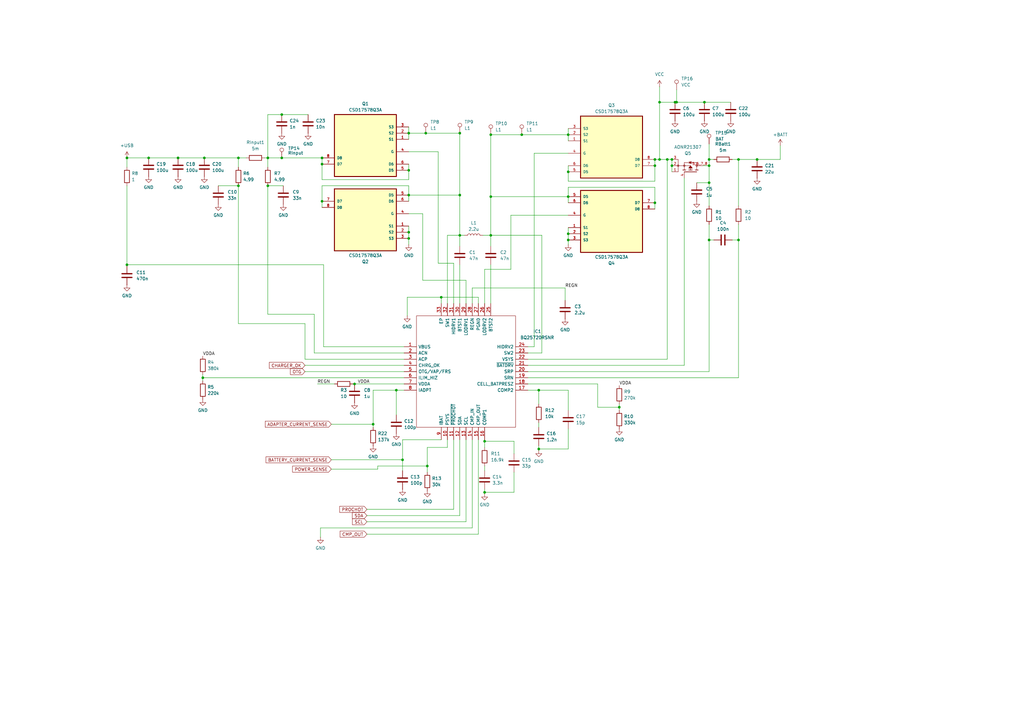
<source format=kicad_sch>
(kicad_sch (version 20231120) (generator "eeschema") (generator_version "8.0")
  (paper "A3")
  (lib_symbols
    (symbol "AONR21307:AONR21307" (pin_names (offset 1.016))
      (property "Reference" "Q" (at 5.08 0.381 0))
      (property "Value" "AONR21307" (at 5.08 -2.159 0))
      (symbol "AONR21307_0_0"
        (polyline (pts (xy 0 -2.54) (xy 0 2.54)) (stroke (width 0.254)))
        (polyline (pts (xy 0 5.08) (xy 2.54 5.08)) (stroke (width 0.1524)))
        (polyline (pts (xy 0.762 -3.175) (xy 0.762 -2.54)) (stroke (width 0.254)))
        (polyline (pts (xy 0.762 -2.54) (xy 0.762 -1.905)) (stroke (width 0.254)))
        (polyline (pts (xy 0.762 -2.54) (xy 3.81 -2.54)) (stroke (width 0.1524)))
        (polyline (pts (xy 0.762 -0.762) (xy 0.762 0)) (stroke (width 0.254)))
        (polyline (pts (xy 0.762 0) (xy 0.762 0.762)) (stroke (width 0.254)))
        (polyline (pts (xy 0.762 0) (xy 2.54 0)) (stroke (width 0.1524)))
        (polyline (pts (xy 0.762 1.905) (xy 0.762 2.54)) (stroke (width 0.254)))
        (polyline (pts (xy 0.762 2.54) (xy 0.762 3.175)) (stroke (width 0.254)))
        (polyline (pts (xy 2.54 0) (xy 2.54 2.54)) (stroke (width 0.1524)))
        (polyline (pts (xy 2.54 2.54) (xy 0.762 2.54)) (stroke (width 0.1524)))
        (polyline (pts (xy 2.54 2.54) (xy 3.81 2.54)) (stroke (width 0.1524)))
        (polyline (pts (xy 2.54 5.08) (xy 2.54 2.54)) (stroke (width 0.1524)))
        (polyline (pts (xy 2.54 5.08) (xy 5.08 5.08)) (stroke (width 0.1524)))
        (polyline (pts (xy 3.302 0.508) (xy 3.81 0.508)) (stroke (width 0.1524)))
        (polyline (pts (xy 3.81 -2.54) (xy 3.81 0.508)) (stroke (width 0.1524)))
        (polyline (pts (xy 3.81 0.508) (xy 3.81 2.54)) (stroke (width 0.1524)))
        (polyline (pts (xy 3.81 0.508) (xy 4.318 0.508)) (stroke (width 0.1524)))
        (polyline (pts (xy 2.54 0) (xy 1.524 0.762) (xy 1.524 -0.762) (xy 2.54 0)) (stroke (width 0.1524)) (fill (type outline)))
        (polyline (pts (xy 3.81 0.508) (xy 4.318 -0.254) (xy 3.302 -0.254) (xy 3.81 0.508)) (stroke (width 0.1524)) (fill (type outline)))
        (circle (center 2.54 -2.54) (radius 0.3592))
        (circle (center 2.54 2.54) (radius 0.3592))
        (circle (center 2.54 5.08) (radius 0.3592))
        (pin passive line (at 0 7.62 270) (length 2.54) (name "~") (number "1"))
        (pin passive line (at 2.54 7.62 270) (length 2.54) (name "~") (number "2"))
        (pin passive line (at 5.08 7.62 270) (length 2.54) (name "~") (number "3"))
        (pin passive line (at -2.54 2.54 0) (length 2.54) (name "~") (number "4"))
        (pin passive line (at 2.54 -5.08 90) (length 2.54) (name "~") (number "5_6_7_8"))
      )
    )
    (symbol "BQ25720RSNR:BQ25720RSNR" (pin_names (offset 0.762))
      (property "Reference" "IC" (at 46.99 17.78 0))
      (property "Value" "BQ25720RSNR" (at 46.99 15.24 0))
      (symbol "BQ25720RSNR_0_0"
        (pin passive line (at 0 0 0) (length 5.08) (name "VBUS") (number "1"))
        (pin passive line (at 17.78 -38.1 90) (length 5.08) (name "PSYS") (number "10"))
        (pin passive line (at 20.32 -38.1 90) (length 5.08) (name "~{PROCHOT}") (number "11"))
        (pin passive line (at 22.86 -38.1 90) (length 5.08) (name "SDA") (number "12"))
        (pin passive line (at 25.4 -38.1 90) (length 5.08) (name "SCL") (number "13"))
        (pin passive line (at 27.94 -38.1 90) (length 5.08) (name "CMP_IN") (number "14"))
        (pin passive line (at 30.48 -38.1 90) (length 5.08) (name "CMP_OUT") (number "15"))
        (pin passive line (at 33.02 -38.1 90) (length 5.08) (name "COMP1") (number "16"))
        (pin passive line (at 50.8 -17.78 180) (length 5.08) (name "COMP2") (number "17"))
        (pin passive line (at 50.8 -15.24 180) (length 5.08) (name "CELL_BATPRESZ") (number "18"))
        (pin passive line (at 50.8 -12.7 180) (length 5.08) (name "SRN") (number "19"))
        (pin passive line (at 0 -2.54 0) (length 5.08) (name "ACN") (number "2"))
        (pin passive line (at 50.8 -10.16 180) (length 5.08) (name "SRP") (number "20"))
        (pin passive line (at 50.8 -7.62 180) (length 5.08) (name "~{BATDRV}") (number "21"))
        (pin passive line (at 50.8 -5.08 180) (length 5.08) (name "VSYS") (number "22"))
        (pin passive line (at 50.8 -2.54 180) (length 5.08) (name "SW2") (number "23"))
        (pin passive line (at 50.8 0 180) (length 5.08) (name "HIDRV2") (number "24"))
        (pin passive line (at 35.56 17.78 270) (length 5.08) (name "BTST2") (number "25"))
        (pin passive line (at 33.02 17.78 270) (length 5.08) (name "LODRV2") (number "26"))
        (pin passive line (at 30.48 17.78 270) (length 5.08) (name "PGND") (number "27"))
        (pin passive line (at 27.94 17.78 270) (length 5.08) (name "REGN") (number "28"))
        (pin passive line (at 25.4 17.78 270) (length 5.08) (name "LODRV1") (number "29"))
        (pin passive line (at 0 -5.08 0) (length 5.08) (name "ACP") (number "3"))
        (pin passive line (at 22.86 17.78 270) (length 5.08) (name "BTST1") (number "30"))
        (pin passive line (at 20.32 17.78 270) (length 5.08) (name "HIDRV1") (number "31"))
        (pin passive line (at 17.78 17.78 270) (length 5.08) (name "SW1") (number "32"))
        (pin passive line (at 15.24 17.78 270) (length 5.08) (name "EP") (number "33"))
        (pin passive line (at 0 -7.62 0) (length 5.08) (name "CHRG_OK") (number "4"))
        (pin passive line (at 0 -10.16 0) (length 5.08) (name "OTG/VAP/FRS") (number "5"))
        (pin passive line (at 0 -12.7 0) (length 5.08) (name "ILIM_HIZ") (number "6"))
        (pin passive line (at 0 -15.24 0) (length 5.08) (name "VDDA") (number "7"))
        (pin passive line (at 0 -17.78 0) (length 5.08) (name "IADPT") (number "8"))
        (pin passive line (at 15.24 -38.1 90) (length 5.08) (name "IBAT") (number "9"))
      )
      (symbol "BQ25720RSNR_0_1"
        (polyline (pts (xy 5.08 12.7) (xy 45.72 12.7) (xy 45.72 -33.02) (xy 5.08 -33.02) (xy 5.08 12.7)) (stroke (width 0.1524)))
      )
    )
    (symbol "CSD17578Q3A:CSD17578Q3A" (pin_names (offset 1.016))
      (property "Reference" "IC" (at -12.7 13.7 0))
      (property "Value" "CSD17578Q3A" (at -12.7 -16.7 0))
      (symbol "CSD17578Q3A_0_0"
        (rectangle (start -12.7 -12.7) (end 12.7 12.7) (stroke (width 0.41)) (fill (type background)))
        (pin bidirectional line (at -17.78 -2.54 0) (length 5.08) (name "S1") (number "1"))
        (pin bidirectional line (at -17.78 -5.08 0) (length 5.08) (name "S2") (number "2"))
        (pin bidirectional line (at -17.78 -7.62 0) (length 5.08) (name "S3") (number "3"))
        (pin bidirectional line (at -17.78 2.54 0) (length 5.08) (name "G") (number "4"))
        (pin bidirectional line (at -17.78 10.16 0) (length 5.08) (name "D5") (number "5"))
        (pin bidirectional line (at -17.78 7.62 0) (length 5.08) (name "D6") (number "6"))
        (pin bidirectional line (at 17.78 7.62 180) (length 5.08) (name "D7") (number "7"))
        (pin bidirectional line (at 17.78 5.08 180) (length 5.08) (name "D8") (number "8"))
      )
    )
    (symbol "Connector:TestPoint" (pin_numbers hide) (pin_names (offset 0.762) hide)
      (property "Reference" "TP" (at 0 6.858 0))
      (property "Value" "TestPoint" (at 0 5.08 0))
      (symbol "TestPoint_0_1"
        (circle (center 0 3.302) (radius 0.762))
      )
      (symbol "TestPoint_1_1"
        (pin passive line (at 0 0 90) (length 2.54) (name "1") (number "1"))
      )
    )
    (symbol "Device:C" (pin_numbers hide) (pin_names (offset 0.254))
      (property "Reference" "C" (at 0.635 2.54 0))
      (property "Value" "C" (at 0.635 -2.54 0))
      (symbol "C_0_1"
        (polyline (pts (xy -2.032 -0.762) (xy 2.032 -0.762)) (stroke (width 0.508)))
        (polyline (pts (xy -2.032 0.762) (xy 2.032 0.762)) (stroke (width 0.508)))
      )
      (symbol "C_1_1"
        (pin passive line (at 0 3.81 270) (length 2.794) (name "~") (number "1"))
        (pin passive line (at 0 -3.81 90) (length 2.794) (name "~") (number "2"))
      )
    )
    (symbol "Device:L" (pin_numbers hide) (pin_names (offset 1.016) hide)
      (property "Reference" "L" (at -1.27 0 90))
      (property "Value" "L" (at 1.905 0 90))
      (symbol "L_0_1"
        (arc (start 0 -2.54) (mid 0.6323 -1.905) (end 0 -1.27))
        (arc (start 0 -1.27) (mid 0.6323 -0.635) (end 0 0))
        (arc (start 0 0) (mid 0.6323 0.635) (end 0 1.27))
        (arc (start 0 1.27) (mid 0.6323 1.905) (end 0 2.54))
      )
      (symbol "L_1_1"
        (pin passive line (at 0 3.81 270) (length 1.27) (name "1") (number "1"))
        (pin passive line (at 0 -3.81 90) (length 1.27) (name "2") (number "2"))
      )
    )
    (symbol "Device:R" (pin_numbers hide) (pin_names (offset 0))
      (property "Reference" "R" (at 2.032 0 90))
      (property "Value" "R" (at 0 0 90))
      (symbol "R_0_1"
        (rectangle (start -1.016 -2.54) (end 1.016 2.54) (stroke (width 0.254)))
      )
      (symbol "R_1_1"
        (pin passive line (at 0 3.81 270) (length 1.27) (name "~") (number "1"))
        (pin passive line (at 0 -3.81 90) (length 1.27) (name "~") (number "2"))
      )
    )
    (symbol "power:+BATT" (power) (pin_numbers hide) (pin_names (offset 0) hide)
      (property "Value" "+BATT" (at 0 3.556 0))
      (symbol "+BATT_0_1"
        (polyline (pts (xy -0.762 1.27) (xy 0 2.54)))
        (polyline (pts (xy 0 0) (xy 0 2.54)))
        (polyline (pts (xy 0 2.54) (xy 0.762 1.27)))
      )
      (symbol "+BATT_1_1"
        (pin power_in line (at 0 0 90) (length 0) (name "~") (number "1"))
      )
    )
    (symbol "power:+VSW" (power) (pin_numbers hide) (pin_names (offset 0) hide)
      (property "Value" "+VSW" (at 0 3.556 0))
      (symbol "+VSW_0_1"
        (polyline (pts (xy -0.762 1.27) (xy 0 2.54)))
        (polyline (pts (xy 0 0) (xy 0 2.54)))
        (polyline (pts (xy 0 2.54) (xy 0.762 1.27)))
      )
      (symbol "+VSW_1_1"
        (pin power_in line (at 0 0 90) (length 0) (name "~") (number "1"))
      )
    )
    (symbol "power:GND" (power) (pin_numbers hide) (pin_names (offset 0) hide)
      (property "Value" "GND" (at 0 -3.81 0))
      (symbol "GND_0_1"
        (polyline (pts (xy 0 0) (xy 0 -1.27) (xy 1.27 -1.27) (xy 0 -2.54) (xy -1.27 -1.27) (xy 0 -1.27)))
      )
      (symbol "GND_1_1"
        (pin power_in line (at 0 0 270) (length 0) (name "~") (number "1"))
      )
    )
    (symbol "power:VCC" (power) (pin_numbers hide) (pin_names (offset 0) hide)
      (property "Value" "VCC" (at 0 3.556 0))
      (symbol "VCC_0_1"
        (polyline (pts (xy -0.762 1.27) (xy 0 2.54)))
        (polyline (pts (xy 0 0) (xy 0 2.54)))
        (polyline (pts (xy 0 2.54) (xy 0.762 1.27)))
      )
      (symbol "VCC_1_1"
        (pin power_in line (at 0 0 90) (length 0) (name "~") (number "1"))
      )
    )
  )
  (junction (at 201.295 96.52))
  (junction (at 52.07 108.585))
  (junction (at 97.79 64.77))
  (junction (at 290.83 65.405))
  (junction (at 132.08 64.77))
  (junction (at 180.975 121.92))
  (junction (at 132.08 82.55))
  (junction (at 201.295 80.645))
  (junction (at 233.045 95.885))
  (junction (at 83.185 154.94))
  (junction (at 145.415 157.48))
  (junction (at 188.595 96.52))
  (junction (at 174.625 54.61))
  (junction (at 132.08 67.31))
  (junction (at 302.895 98.425))
  (junction (at 220.98 160.02))
  (junction (at 165.1 188.595))
  (junction (at 310.515 65.405))
  (junction (at 198.755 180.975))
  (junction (at 52.07 64.77))
  (junction (at 302.895 65.405))
  (junction (at 167.64 69.85))
  (junction (at 167.64 97.79))
  (junction (at 153.035 173.99))
  (junction (at 254 167.005))
  (junction (at 167.64 80.01))
  (junction (at 270.51 41.91))
  (junction (at 277.495 41.91))
  (junction (at 276.86 41.91))
  (junction (at 233.045 70.485))
  (junction (at 188.595 54.61))
  (junction (at 290.83 74.93))
  (junction (at 233.045 55.245))
  (junction (at 220.98 184.15))
  (junction (at 233.045 80.645))
  (junction (at 109.855 64.77))
  (junction (at 268.605 65.405))
  (junction (at 60.96 64.77))
  (junction (at 273.685 65.405))
  (junction (at 268.605 83.185))
  (junction (at 213.995 55.245))
  (junction (at 288.925 41.91))
  (junction (at 270.51 65.405))
  (junction (at 275.59 65.405))
  (junction (at 233.045 98.425))
  (junction (at 268.605 67.945))
  (junction (at 97.79 76.2))
  (junction (at 198.755 201.93))
  (junction (at 188.595 80.01))
  (junction (at 115.57 46.99))
  (junction (at 162.56 160.02))
  (junction (at 175.26 191.135))
  (junction (at 115.57 64.77))
  (junction (at 201.295 55.245))
  (junction (at 275.59 67.945))
  (junction (at 83.82 64.77))
  (junction (at 167.64 54.61))
  (junction (at 73.025 64.77))
  (junction (at 290.83 67.945))
  (junction (at 290.83 98.425))
  (junction (at 109.855 76.2))
  (junction (at 167.64 95.25))
  (wire (pts (xy 115.57 46.99) (xy 109.855 46.99)))
  (wire (pts (xy 233.045 184.15) (xy 220.98 184.15)))
  (wire (pts (xy 300.355 98.425) (xy 302.895 98.425)))
  (wire (pts (xy 126.365 46.99) (xy 115.57 46.99)))
  (wire (pts (xy 288.29 67.945) (xy 290.83 67.945)))
  (wire (pts (xy 150.495 208.915) (xy 186.055 208.915)))
  (wire (pts (xy 108.585 64.77) (xy 109.855 64.77)))
  (wire (pts (xy 220.98 182.88) (xy 220.98 184.15)))
  (wire (pts (xy 216.535 149.86) (xy 280.67 149.86)))
  (wire (pts (xy 216.535 142.24) (xy 219.075 142.24)))
  (wire (pts (xy 270.51 65.405) (xy 273.685 65.405)))
  (wire (pts (xy 219.075 62.865) (xy 233.045 62.865)))
  (wire (pts (xy 290.83 65.405) (xy 292.735 65.405)))
  (wire (pts (xy 165.735 142.24) (xy 132.715 142.24)))
  (wire (pts (xy 167.64 69.85) (xy 167.64 73.66)))
  (wire (pts (xy 125.095 149.86) (xy 165.735 149.86)))
  (wire (pts (xy 153.035 160.02) (xy 162.56 160.02)))
  (wire (pts (xy 109.855 76.2) (xy 116.205 76.2)))
  (wire (pts (xy 132.715 142.24) (xy 132.715 108.585)))
  (wire (pts (xy 109.855 46.99) (xy 109.855 64.77)))
  (wire (pts (xy 125.095 152.4) (xy 165.735 152.4)))
  (wire (pts (xy 275.59 67.945) (xy 275.59 70.485)))
  (wire (pts (xy 173.355 87.63) (xy 167.64 87.63)))
  (wire (pts (xy 125.095 147.32) (xy 125.095 132.715)))
  (wire (pts (xy 198.755 180.975) (xy 198.755 183.515)))
  (wire (pts (xy 254 167.005) (xy 254 168.275)))
  (wire (pts (xy 201.295 80.645) (xy 233.045 80.645)))
  (wire (pts (xy 167.64 76.2) (xy 132.08 76.2)))
  (wire (pts (xy 188.595 54.61) (xy 188.595 80.01)))
  (wire (pts (xy 210.82 186.055) (xy 210.82 180.975)))
  (wire (pts (xy 233.045 80.645) (xy 233.045 83.185)))
  (wire (pts (xy 233.045 74.295) (xy 268.605 74.295)))
  (wire (pts (xy 216.535 147.32) (xy 273.685 147.32)))
  (wire (pts (xy 220.98 160.02) (xy 220.98 165.735)))
  (wire (pts (xy 219.075 142.24) (xy 219.075 62.865)))
  (wire (pts (xy 109.855 64.77) (xy 115.57 64.77)))
  (wire (pts (xy 188.595 96.52) (xy 190.5 96.52)))
  (wire (pts (xy 198.755 200.66) (xy 198.755 201.93)))
  (wire (pts (xy 167.64 52.07) (xy 167.64 54.61)))
  (wire (pts (xy 210.82 193.675) (xy 210.82 201.93)))
  (wire (pts (xy 145.415 157.48) (xy 165.735 157.48)))
  (wire (pts (xy 52.07 68.58) (xy 52.07 64.77)))
  (wire (pts (xy 280.67 149.86) (xy 280.67 73.025)))
  (wire (pts (xy 233.045 175.895) (xy 233.045 184.15)))
  (wire (pts (xy 201.295 100.965) (xy 201.295 96.52)))
  (wire (pts (xy 285.75 74.93) (xy 290.83 74.93)))
  (wire (pts (xy 167.64 97.79) (xy 167.64 100.33)))
  (wire (pts (xy 302.895 154.94) (xy 302.895 98.425)))
  (wire (pts (xy 222.25 96.52) (xy 201.295 96.52)))
  (wire (pts (xy 154.94 191.135) (xy 175.26 191.135)))
  (wire (pts (xy 290.83 74.93) (xy 290.83 67.945)))
  (wire (pts (xy 268.605 67.945) (xy 268.605 65.405)))
  (wire (pts (xy 268.605 65.405) (xy 270.51 65.405)))
  (wire (pts (xy 233.045 160.02) (xy 233.045 168.275)))
  (wire (pts (xy 193.675 118.11) (xy 231.775 118.11)))
  (wire (pts (xy 52.07 76.2) (xy 52.07 108.585)))
  (wire (pts (xy 220.98 173.355) (xy 220.98 175.26)))
  (wire (pts (xy 201.295 96.52) (xy 198.12 96.52)))
  (wire (pts (xy 183.515 183.515) (xy 183.515 180.34)))
  (wire (pts (xy 150.495 219.075) (xy 196.215 219.075)))
  (wire (pts (xy 115.57 64.77) (xy 132.08 64.77)))
  (wire (pts (xy 83.82 64.77) (xy 97.79 64.77)))
  (wire (pts (xy 132.08 82.55) (xy 132.08 85.09)))
  (wire (pts (xy 165.735 147.32) (xy 125.095 147.32)))
  (wire (pts (xy 165.1 180.34) (xy 165.1 188.595)))
  (wire (pts (xy 132.08 76.2) (xy 132.08 82.55)))
  (wire (pts (xy 209.55 88.265) (xy 233.045 88.265)))
  (wire (pts (xy 180.975 121.92) (xy 196.215 121.92)))
  (wire (pts (xy 196.215 219.075) (xy 196.215 180.34)))
  (wire (pts (xy 128.905 128.905) (xy 109.855 128.905)))
  (wire (pts (xy 201.295 55.245) (xy 201.295 80.645)))
  (wire (pts (xy 153.035 175.26) (xy 153.035 173.99)))
  (wire (pts (xy 302.895 65.405) (xy 310.515 65.405)))
  (wire (pts (xy 167.64 67.31) (xy 167.64 69.85)))
  (wire (pts (xy 290.83 84.455) (xy 290.83 74.93)))
  (wire (pts (xy 83.185 153.67) (xy 83.185 154.94)))
  (wire (pts (xy 52.07 108.585) (xy 52.07 109.22)))
  (wire (pts (xy 233.045 55.245) (xy 233.045 57.785)))
  (wire (pts (xy 130.175 157.48) (xy 137.16 157.48)))
  (wire (pts (xy 52.07 64.77) (xy 60.96 64.77)))
  (wire (pts (xy 167.64 54.61) (xy 167.64 57.15)))
  (wire (pts (xy 180.975 124.46) (xy 180.975 121.92)))
  (wire (pts (xy 167.64 73.66) (xy 132.08 73.66)))
  (wire (pts (xy 245.11 157.48) (xy 245.11 167.005)))
  (wire (pts (xy 233.045 93.345) (xy 233.045 95.885)))
  (wire (pts (xy 290.83 98.425) (xy 292.735 98.425)))
  (wire (pts (xy 167.64 54.61) (xy 174.625 54.61)))
  (wire (pts (xy 233.045 95.885) (xy 233.045 98.425)))
  (wire (pts (xy 216.535 160.02) (xy 220.98 160.02)))
  (wire (pts (xy 196.215 124.46) (xy 196.215 121.92)))
  (wire (pts (xy 273.685 65.405) (xy 275.59 65.405)))
  (wire (pts (xy 254 165.735) (xy 254 167.005)))
  (wire (pts (xy 179.705 62.23) (xy 167.64 62.23)))
  (wire (pts (xy 150.495 213.995) (xy 191.135 213.995)))
  (wire (pts (xy 167.64 92.71) (xy 167.64 95.25)))
  (wire (pts (xy 233.045 52.705) (xy 233.045 55.245)))
  (wire (pts (xy 97.79 132.715) (xy 97.79 76.2)))
  (wire (pts (xy 276.86 41.91) (xy 270.51 41.91)))
  (wire (pts (xy 128.905 144.78) (xy 128.905 128.905)))
  (wire (pts (xy 268.605 83.185) (xy 268.605 76.835)))
  (wire (pts (xy 268.605 74.295) (xy 268.605 67.945)))
  (wire (pts (xy 175.26 183.515) (xy 183.515 183.515)))
  (wire (pts (xy 97.79 68.58) (xy 97.79 64.77)))
  (wire (pts (xy 210.82 201.93) (xy 198.755 201.93)))
  (wire (pts (xy 268.605 85.725) (xy 268.605 83.185)))
  (wire (pts (xy 233.045 98.425) (xy 233.045 100.33)))
  (wire (pts (xy 144.78 157.48) (xy 145.415 157.48)))
  (wire (pts (xy 290.83 152.4) (xy 290.83 98.425)))
  (wire (pts (xy 216.535 157.48) (xy 245.11 157.48)))
  (wire (pts (xy 83.185 154.94) (xy 165.735 154.94)))
  (wire (pts (xy 302.895 65.405) (xy 302.895 84.455)))
  (wire (pts (xy 52.07 108.585) (xy 132.715 108.585)))
  (wire (pts (xy 109.855 64.77) (xy 109.855 68.58)))
  (wire (pts (xy 299.72 41.91) (xy 288.925 41.91)))
  (wire (pts (xy 320.04 59.69) (xy 320.04 65.405)))
  (wire (pts (xy 270.51 35.56) (xy 270.51 41.91)))
  (wire (pts (xy 213.995 55.245) (xy 201.295 55.245)))
  (wire (pts (xy 288.925 41.91) (xy 277.495 41.91)))
  (wire (pts (xy 153.035 173.99) (xy 153.035 160.02)))
  (wire (pts (xy 302.895 98.425) (xy 302.895 92.075)))
  (wire (pts (xy 275.59 65.405) (xy 275.59 67.945)))
  (wire (pts (xy 131.445 216.535) (xy 193.675 216.535)))
  (wire (pts (xy 198.755 110.49) (xy 209.55 110.49)))
  (wire (pts (xy 173.355 114.935) (xy 173.355 87.63)))
  (wire (pts (xy 97.79 64.77) (xy 100.965 64.77)))
  (wire (pts (xy 302.895 65.405) (xy 300.355 65.405)))
  (wire (pts (xy 231.775 118.11) (xy 231.775 123.19)))
  (wire (pts (xy 186.055 107.95) (xy 179.705 107.95)))
  (wire (pts (xy 290.83 98.425) (xy 290.83 92.075)))
  (wire (pts (xy 125.095 132.715) (xy 97.79 132.715)))
  (wire (pts (xy 233.045 70.485) (xy 233.045 74.295)))
  (wire (pts (xy 183.515 96.52) (xy 188.595 96.52)))
  (wire (pts (xy 183.515 124.46) (xy 183.515 96.52)))
  (wire (pts (xy 220.98 160.02) (xy 233.045 160.02)))
  (wire (pts (xy 132.08 64.77) (xy 132.08 67.31)))
  (wire (pts (xy 198.755 124.46) (xy 198.755 110.49)))
  (wire (pts (xy 193.675 124.46) (xy 193.675 118.11)))
  (wire (pts (xy 162.56 160.02) (xy 165.735 160.02)))
  (wire (pts (xy 277.495 36.83) (xy 277.495 41.91)))
  (wire (pts (xy 179.705 107.95) (xy 179.705 62.23)))
  (wire (pts (xy 191.135 124.46) (xy 191.135 114.935)))
  (wire (pts (xy 198.755 180.34) (xy 198.755 180.975)))
  (wire (pts (xy 209.55 110.49) (xy 209.55 88.265)))
  (wire (pts (xy 132.08 67.31) (xy 132.08 73.66)))
  (wire (pts (xy 273.685 147.32) (xy 273.685 65.405)))
  (wire (pts (xy 191.135 213.995) (xy 191.135 180.34)))
  (wire (pts (xy 83.185 154.94) (xy 83.185 156.21)))
  (wire (pts (xy 216.535 152.4) (xy 290.83 152.4)))
  (wire (pts (xy 167.64 80.01) (xy 167.64 76.2)))
  (wire (pts (xy 198.755 201.93) (xy 198.755 202.565)))
  (wire (pts (xy 175.26 191.135) (xy 175.26 193.675)))
  (wire (pts (xy 210.82 180.975) (xy 198.755 180.975)))
  (wire (pts (xy 175.26 183.515) (xy 175.26 191.135)))
  (wire (pts (xy 233.045 76.835) (xy 233.045 80.645)))
  (wire (pts (xy 180.975 180.34) (xy 165.1 180.34)))
  (wire (pts (xy 216.535 144.78) (xy 222.25 144.78)))
  (wire (pts (xy 135.89 173.99) (xy 153.035 173.99)))
  (wire (pts (xy 310.515 65.405) (xy 320.04 65.405)))
  (wire (pts (xy 131.445 220.345) (xy 131.445 216.535)))
  (wire (pts (xy 245.11 167.005) (xy 254 167.005)))
  (wire (pts (xy 193.675 216.535) (xy 193.675 180.34)))
  (wire (pts (xy 198.755 191.135) (xy 198.755 193.04)))
  (wire (pts (xy 233.045 67.945) (xy 233.045 70.485)))
  (wire (pts (xy 201.295 80.645) (xy 201.295 96.52)))
  (wire (pts (xy 154.94 192.405) (xy 154.94 191.135)))
  (wire (pts (xy 165.735 144.78) (xy 128.905 144.78)))
  (wire (pts (xy 73.025 64.77) (xy 83.82 64.77)))
  (wire (pts (xy 188.595 211.455) (xy 188.595 180.34)))
  (wire (pts (xy 188.595 80.01) (xy 188.595 96.52)))
  (wire (pts (xy 180.975 121.92) (xy 167.005 121.92)))
  (wire (pts (xy 201.295 108.585) (xy 201.295 124.46)))
  (wire (pts (xy 270.51 41.91) (xy 270.51 65.405)))
  (wire (pts (xy 277.495 41.91) (xy 276.86 41.91)))
  (wire (pts (xy 150.495 211.455) (xy 188.595 211.455)))
  (wire (pts (xy 191.135 114.935) (xy 173.355 114.935)))
  (wire (pts (xy 162.56 170.18) (xy 162.56 160.02)))
  (wire (pts (xy 135.89 188.595) (xy 165.1 188.595)))
  (wire (pts (xy 135.89 192.405) (xy 154.94 192.405)))
  (wire (pts (xy 186.055 124.46) (xy 186.055 107.95)))
  (wire (pts (xy 216.535 154.94) (xy 302.895 154.94)))
  (wire (pts (xy 188.595 108.585) (xy 188.595 124.46)))
  (wire (pts (xy 60.96 64.77) (xy 73.025 64.77)))
  (wire (pts (xy 186.055 180.34) (xy 186.055 208.915)))
  (wire (pts (xy 167.64 80.01) (xy 167.64 82.55)))
  (wire (pts (xy 167.64 95.25) (xy 167.64 97.79)))
  (wire (pts (xy 89.535 76.2) (xy 97.79 76.2)))
  (wire (pts (xy 167.64 80.01) (xy 188.595 80.01)))
  (wire (pts (xy 167.005 121.92) (xy 167.005 129.54)))
  (wire (pts (xy 222.25 144.78) (xy 222.25 96.52)))
  (wire (pts (xy 174.625 54.61) (xy 188.595 54.61)))
  (wire (pts (xy 268.605 76.835) (xy 233.045 76.835)))
  (wire (pts (xy 233.045 55.245) (xy 213.995 55.245)))
  (wire (pts (xy 290.83 59.055) (xy 290.83 65.405)))
  (wire (pts (xy 290.83 67.945) (xy 290.83 65.405)))
  (wire (pts (xy 188.595 100.965) (xy 188.595 96.52)))
  (wire (pts (xy 165.1 188.595) (xy 165.1 193.04)))
  (wire (pts (xy 109.855 128.905) (xy 109.855 76.2)))
  (wire (pts (xy 220.98 184.15) (xy 220.98 184.785)))
  (label "VDDA" (at 146.685 157.48 0))
  (label "REGN" (at 130.175 157.48 0))
  (label "VDDA" (at 254 158.115 0))
  (label "REGN" (at 231.775 118.11 0))
  (label "VDDA" (at 83.185 146.05 0))
  (global_label "CHARGER_OK" (shape input) (at 125.095 149.86 180) (property "Intersheetrefs" "${INTERSHEET_REFS}" (effects (hide yes))))
  (global_label "PROCHOT" (shape input) (at 150.495 208.915 180) (property "Intersheetrefs" "${INTERSHEET_REFS}" (effects (hide yes))))
  (global_label "SDA" (shape input) (at 150.495 211.455 180) (property "Intersheetrefs" "${INTERSHEET_REFS}" (effects (hide yes))))
  (global_label "CMP_OUT" (shape input) (at 150.495 219.075 180) (property "Intersheetrefs" "${INTERSHEET_REFS}" (effects (hide yes))))
  (global_label "BATTERY_CURRENT_SENSE" (shape input) (at 135.89 188.595 180) (property "Intersheetrefs" "${INTERSHEET_REFS}" (effects (hide yes))))
  (global_label "OTG" (shape input) (at 125.095 152.4 180) (property "Intersheetrefs" "${INTERSHEET_REFS}" (effects (hide yes))))
  (global_label "SCL" (shape input) (at 150.495 213.995 180) (property "Intersheetrefs" "${INTERSHEET_REFS}" (effects (hide yes))))
  (global_label "POWER_SENSE" (shape input) (at 135.89 192.405 180) (property "Intersheetrefs" "${INTERSHEET_REFS}" (effects (hide yes))))
  (global_label "ADAPTER_CURRENT_SENSE" (shape input) (at 135.89 173.99 180) (property "Intersheetrefs" "${INTERSHEET_REFS}" (effects (hide yes))))
  (symbol (lib_id "Device:C") (at 201.295 104.775 0) (unit 1)
    (property "Reference" "C2" (at 205.105 103.5049 0) (effects (justify left)))
    (property "Value" "47n" (at 205.105 106.0449 0) (effects (justify left)))
    (property "Footprint" "Capacitor_SMD:C_0805_2012Metric_Pad1.18x1.45mm_HandSolder" (effects (hide yes)))
    (property "Description" "Unpolarized capacitor" (effects (hide yes)))
  )
  (symbol (lib_id "power:GND") (at 153.035 182.88 0) (unit 1)
    (property "Reference" "#PWR021" (effects (hide yes)))
    (property "Value" "GND" (at 153.035 187.325 0))
    (property "Description" "Power symbol creates a global label with name \"GND\" , ground" (effects (hide yes)))
  )
  (symbol (lib_id "Device:R") (at 254 172.085 0) (unit 1)
    (property "Reference" "R10" (at 255.905 170.8149 0) (effects (justify left)))
    (property "Value" "330k" (at 255.905 173.3549 0) (effects (justify left)))
    (property "Footprint" "Resistor_SMD:R_0603_1608Metric_Pad0.98x0.95mm_HandSolder" (effects (hide yes)))
    (property "Description" "Resistor" (effects (hide yes)))
  )
  (symbol (lib_id "Device:R") (at 83.185 160.02 0) (unit 1)
    (property "Reference" "R5" (at 85.09 158.7499 0) (effects (justify left)))
    (property "Value" "220k" (at 85.09 161.2899 0) (effects (justify left)))
    (property "Footprint" "Resistor_SMD:R_0603_1608Metric_Pad0.98x0.95mm_HandSolder" (effects (hide yes)))
    (property "Description" "Resistor" (effects (hide yes)))
  )
  (symbol (lib_id "Device:C") (at 276.86 45.72 0) (unit 1)
    (property "Reference" "C6" (at 280.035 44.4499 0) (effects (justify left)))
    (property "Value" "100u" (at 280.035 46.9899 0) (effects (justify left)))
    (property "Footprint" "Capacitor_SMD:C_1206_3216Metric_Pad1.33x1.80mm_HandSolder" (effects (hide yes)))
    (property "Description" "Unpolarized capacitor" (effects (hide yes)))
  )
  (symbol (lib_id "power:GND") (at 220.98 184.785 0) (unit 1)
    (property "Reference" "#PWR025" (effects (hide yes)))
    (property "Value" "GND" (at 220.98 189.23 0))
    (property "Description" "Power symbol creates a global label with name \"GND\" , ground" (effects (hide yes)))
  )
  (symbol (lib_id "Device:C") (at 145.415 161.29 0) (unit 1)
    (property "Reference" "C8" (at 149.225 160.0199 0) (effects (justify left)))
    (property "Value" "1u" (at 149.225 162.5599 0) (effects (justify left)))
    (property "Footprint" "Capacitor_SMD:C_0805_2012Metric_Pad1.18x1.45mm_HandSolder" (effects (hide yes)))
    (property "Description" "Unpolarized capacitor" (effects (hide yes)))
  )
  (symbol (lib_id "power:GND") (at 198.755 202.565 0) (unit 1)
    (property "Reference" "#PWR024" (effects (hide yes)))
    (property "Value" "GND" (at 198.755 207.01 0))
    (property "Description" "Power symbol creates a global label with name \"GND\" , ground" (effects (hide yes)))
  )
  (symbol (lib_id "Connector:TestPoint") (at 201.295 55.245 0) (unit 1)
    (property "Reference" "TP10" (at 203.2 50.6729 0) (effects (justify left)))
    (property "Value" "L1" (at 203.2 53.2129 0) (effects (justify left)))
    (property "Footprint" "TestPoint:TestPoint_Pad_1.0x1.0mm" (effects (hide yes)))
    (property "Description" "test point" (effects (hide yes)))
  )
  (symbol (lib_id "Device:C") (at 220.98 179.07 0) (unit 1)
    (property "Reference" "C16" (at 224.155 177.7999 0) (effects (justify left)))
    (property "Value" "1.2n" (at 224.155 180.3399 0) (effects (justify left)))
    (property "Footprint" "Capacitor_SMD:C_0603_1608Metric_Pad1.08x0.95mm_HandSolder" (effects (hide yes)))
    (property "Description" "Unpolarized capacitor" (effects (hide yes)))
  )
  (symbol (lib_id "power:GND") (at 233.045 100.33 0) (unit 1)
    (property "Reference" "#PWR09" (effects (hide yes)))
    (property "Value" "GND" (at 233.045 104.775 0))
    (property "Description" "Power symbol creates a global label with name \"GND\" , ground" (effects (hide yes)))
  )
  (symbol (lib_id "power:GND") (at 145.415 165.1 0) (unit 1)
    (property "Reference" "#PWR015" (effects (hide yes)))
    (property "Value" "GND" (at 145.415 169.545 0))
    (property "Description" "Power symbol creates a global label with name \"GND\" , ground" (effects (hide yes)))
  )
  (symbol (lib_id "Device:C") (at 126.365 50.8 0) (unit 1)
    (property "Reference" "C23" (at 129.54 49.5299 0) (effects (justify left)))
    (property "Value" "10n" (at 129.54 52.0699 0) (effects (justify left)))
    (property "Footprint" "Capacitor_SMD:C_0603_1608Metric_Pad1.08x0.95mm_HandSolder" (effects (hide yes)))
    (property "Description" "Unpolarized capacitor" (effects (hide yes)))
  )
  (symbol (lib_id "power:GND") (at 126.365 54.61 0) (unit 1)
    (property "Reference" "#PWR033" (effects (hide yes)))
    (property "Value" "GND" (at 126.365 59.055 0))
    (property "Description" "Power symbol creates a global label with name \"GND\" , ground" (effects (hide yes)))
  )
  (symbol (lib_id "Connector:TestPoint") (at 188.595 54.61 0) (unit 1)
    (property "Reference" "TP9" (at 190.5 50.0379 0) (effects (justify left)))
    (property "Value" "L1" (at 190.5 52.5779 0) (effects (justify left)))
    (property "Footprint" "TestPoint:TestPoint_Pad_1.0x1.0mm" (effects (hide yes)))
    (property "Description" "test point" (effects (hide yes)))
  )
  (symbol (lib_id "Device:R") (at 52.07 72.39 0) (unit 1)
    (property "Reference" "R8" (at 53.975 71.1199 0) (effects (justify left)))
    (property "Value" "1" (at 53.975 73.6599 0) (effects (justify left)))
    (property "Footprint" "Resistor_SMD:R_0603_1608Metric_Pad0.98x0.95mm_HandSolder" (effects (hide yes)))
    (property "Description" "Resistor" (effects (hide yes)))
  )
  (symbol (lib_id "Device:R") (at 220.98 169.545 0) (unit 1)
    (property "Reference" "R12" (at 223.52 168.2749 0) (effects (justify left)))
    (property "Value" "10k" (at 223.52 170.8149 0) (effects (justify left)))
    (property "Footprint" "Resistor_SMD:R_0603_1608Metric_Pad0.98x0.95mm_HandSolder" (effects (hide yes)))
    (property "Description" "Resistor" (effects (hide yes)))
  )
  (symbol (lib_id "CSD17578Q3A:CSD17578Q3A") (at 149.86 59.69 180) (unit 1)
    (property "Reference" "Q1" (at 149.86 42.545 0))
    (property "Value" "CSD17578Q3A" (at 149.86 45.085 0))
    (property "Footprint" "CSD17578Q3A:TRANS_CSD18543Q3A" (effects (hide yes)))
    (property "MF" "Texas Instruments" (effects (hide yes)))
    (property "Description_1" "\n                        \n                            30-V, N channel NexFET™ power MOSFET, single SON 3 mm x 3 mm, 9.4 mOhm\n                        \n" (effects (hide yes)))
    (property "Package" "VSONP-8 Texas Instruments" (effects (hide yes)))
    (property "Price" "None" (effects (hide yes)))
    (property "SnapEDA_Link" "https://www.snapeda.com/parts/CSD17578Q3A/Texas+Instruments/view-part/?ref=snap" (effects (hide yes)))
    (property "MP" "CSD17578Q3A" (effects (hide yes)))
    (property "Availability" "In Stock" (effects (hide yes)))
    (property "Check_prices" "https://www.snapeda.com/parts/CSD17578Q3A/Texas+Instruments/view-part/?ref=eda" (effects (hide yes)))
  )
  (symbol (lib_id "Device:C") (at 288.925 45.72 0) (unit 1)
    (property "Reference" "C7" (at 292.1 44.4499 0) (effects (justify left)))
    (property "Value" "100u" (at 292.1 46.9899 0) (effects (justify left)))
    (property "Footprint" "Capacitor_SMD:C_1206_3216Metric_Pad1.33x1.80mm_HandSolder" (effects (hide yes)))
    (property "Description" "Unpolarized capacitor" (effects (hide yes)))
  )
  (symbol (lib_id "power:GND") (at 165.1 200.66 0) (unit 1)
    (property "Reference" "#PWR023" (effects (hide yes)))
    (property "Value" "GND" (at 165.1 205.105 0))
    (property "Description" "Power symbol creates a global label with name \"GND\" , ground" (effects (hide yes)))
  )
  (symbol (lib_id "Device:C") (at 116.205 80.01 0) (unit 1)
    (property "Reference" "C9" (at 120.015 78.7399 0) (effects (justify left)))
    (property "Value" "33n" (at 120.015 81.2799 0) (effects (justify left)))
    (property "Footprint" "Capacitor_SMD:C_0603_1608Metric_Pad1.08x0.95mm_HandSolder" (effects (hide yes)))
    (property "Description" "Unpolarized capacitor" (effects (hide yes)))
  )
  (symbol (lib_id "Device:C") (at 210.82 189.865 0) (unit 1)
    (property "Reference" "C15" (at 213.995 188.5949 0) (effects (justify left)))
    (property "Value" "33p" (at 213.995 191.1349 0) (effects (justify left)))
    (property "Footprint" "Capacitor_SMD:C_0805_2012Metric_Pad1.18x1.45mm_HandSolder" (effects (hide yes)))
    (property "Description" "Unpolarized capacitor" (effects (hide yes)))
  )
  (symbol (lib_id "power:GND") (at 231.775 130.81 0) (unit 1)
    (property "Reference" "#PWR010" (effects (hide yes)))
    (property "Value" "GND" (at 231.775 135.255 0))
    (property "Description" "Power symbol creates a global label with name \"GND\" , ground" (effects (hide yes)))
  )
  (symbol (lib_id "Connector:TestPoint") (at 174.625 54.61 0) (unit 1)
    (property "Reference" "TP8" (at 176.53 50.0379 0) (effects (justify left)))
    (property "Value" "L1" (at 176.53 52.5779 0) (effects (justify left)))
    (property "Footprint" "TestPoint:TestPoint_Pad_1.0x1.0mm" (effects (hide yes)))
    (property "Description" "test point" (effects (hide yes)))
  )
  (symbol (lib_id "power:GND") (at 276.86 49.53 0) (unit 1)
    (property "Reference" "#PWR013" (effects (hide yes)))
    (property "Value" "GND" (at 276.86 53.975 0))
    (property "Description" "Power symbol creates a global label with name \"GND\" , ground" (effects (hide yes)))
  )
  (symbol (lib_id "power:GND") (at 167.005 129.54 0) (unit 1)
    (property "Reference" "#PWR08" (effects (hide yes)))
    (property "Value" "GND" (at 167.005 133.985 0))
    (property "Description" "Power symbol creates a global label with name \"GND\" , ground" (effects (hide yes)))
  )
  (symbol (lib_id "Device:R") (at 97.79 72.39 0) (unit 1)
    (property "Reference" "R6" (at 99.695 71.1199 0) (effects (justify left)))
    (property "Value" "4.99" (at 99.695 73.6599 0) (effects (justify left)))
    (property "Footprint" "Resistor_SMD:R_0603_1608Metric_Pad0.98x0.95mm_HandSolder" (effects (hide yes)))
    (property "Description" "Resistor" (effects (hide yes)))
  )
  (symbol (lib_id "power:GND") (at 288.925 49.53 0) (unit 1)
    (property "Reference" "#PWR030" (effects (hide yes)))
    (property "Value" "GND" (at 288.925 53.975 0))
    (property "Description" "Power symbol creates a global label with name \"GND\" , ground" (effects (hide yes)))
  )
  (symbol (lib_id "power:GND") (at 52.07 116.84 0) (unit 1)
    (property "Reference" "#PWR019" (effects (hide yes)))
    (property "Value" "GND" (at 52.07 121.285 0))
    (property "Description" "Power symbol creates a global label with name \"GND\" , ground" (effects (hide yes)))
  )
  (symbol (lib_id "Device:L") (at 194.31 96.52 90) (unit 1)
    (property "Reference" "L1" (at 194.31 91.44 90))
    (property "Value" "2.2u" (at 194.31 93.98 90))
    (property "Footprint" "Inductor_SMD:L_TaiTech_TMPC1265_13.5x12.5mm" (effects (hide yes)))
    (property "Description" "Inductor/https://www.mouser.pl/ProductDetail/Bourns/SRP1265A-2R2M?qs=sGAEpiMZZMv126LJFLh8y36wtw7x1v3mIkOFz%252Bj4yW0%3D" (effects (hide yes)))
  )
  (symbol (lib_id "power:GND") (at 167.64 100.33 0) (unit 1)
    (property "Reference" "#PWR07" (effects (hide yes)))
    (property "Value" "GND" (at 167.64 104.775 0))
    (property "Description" "Power symbol creates a global label with name \"GND\" , ground" (effects (hide yes)))
  )
  (symbol (lib_id "Device:C") (at 60.96 68.58 0) (unit 1)
    (property "Reference" "C19" (at 64.135 67.3099 0) (effects (justify left)))
    (property "Value" "100u" (at 64.135 69.8499 0) (effects (justify left)))
    (property "Footprint" "Capacitor_SMD:C_1206_3216Metric_Pad1.33x1.80mm_HandSolder" (effects (hide yes)))
    (property "Description" "Unpolarized capacitor" (effects (hide yes)))
  )
  (symbol (lib_id "CSD17578Q3A:CSD17578Q3A") (at 250.825 90.805 0) (unit 1)
    (property "Reference" "Q4" (at 250.825 107.95 0))
    (property "Value" "CSD17578Q3A" (at 250.825 105.41 0))
    (property "Footprint" "CSD17578Q3A:TRANS_CSD18543Q3A" (effects (hide yes)))
    (property "MF" "Texas Instruments" (effects (hide yes)))
    (property "Description_1" "\n                        \n                            30-V, N channel NexFET™ power MOSFET, single SON 3 mm x 3 mm, 9.4 mOhm\n                        \n" (effects (hide yes)))
    (property "Package" "VSONP-8 Texas Instruments" (effects (hide yes)))
    (property "Price" "None" (effects (hide yes)))
    (property "SnapEDA_Link" "https://www.snapeda.com/parts/CSD17578Q3A/Texas+Instruments/view-part/?ref=snap" (effects (hide yes)))
    (property "MP" "CSD17578Q3A" (effects (hide yes)))
    (property "Availability" "In Stock" (effects (hide yes)))
    (property "Check_prices" "https://www.snapeda.com/parts/CSD17578Q3A/Texas+Instruments/view-part/?ref=eda" (effects (hide yes)))
  )
  (symbol (lib_id "AONR21307:AONR21307") (at 283.21 70.485 90) (unit 1)
    (property "Reference" "Q5" (at 282.1414 62.865 90))
    (property "Value" "AONR21307" (at 282.1414 60.325 90))
    (property "Footprint" "AONR21307:TRANS_AONR21307" (effects (hide yes)))
    (property "MF" "Alpha & Omega Semiconductor Inc." (effects (hide yes)))
    (property "MAXIMUM_PACKAGE_HEIGHT" "0.90 mm" (effects (hide yes)))
    (property "Package" "PowerVDFN-8 Alpha &amp; Omega Semiconductor Inc." (effects (hide yes)))
    (property "Price" "None" (effects (hide yes)))
    (property "Check_prices" "https://www.snapeda.com/parts/AONR21307/Alpha+%2526+Omega+Semiconductor+Inc./view-part/?ref=eda" (effects (hide yes)))
    (property "STANDARD" "Manufacturer recommendations" (effects (hide yes)))
    (property "PARTREV" "1.1" (effects (hide yes)))
    (property "SnapEDA_Link" "https://www.snapeda.com/parts/AONR21307/Alpha+%2526+Omega+Semiconductor+Inc./view-part/?ref=snap" (effects (hide yes)))
    (property "MP" "AONR21307" (effects (hide yes)))
    (property "Description_1" "\n                        \n                            P-Channel 30 V 24A (Tc) 5W (Ta), 28W (Tc) Surface Mount 8-DFN-EP (3x3)\n                        \n" (effects (hide yes)))
    (property "Availability" "In Stock" (effects (hide yes)))
    (property "MANUFACTURER" "Alpha and Omega Semiconductor Inc." (effects (hide yes)))
  )
  (symbol (lib_id "power:+VSW") (at 52.07 64.77 0) (unit 1)
    (property "Reference" "#PWR042" (effects (hide yes)))
    (property "Value" "+USB" (at 52.07 59.69 0))
    (property "Description" "Power symbol creates a global label with name \"+VSW\"" (effects (hide yes)))
  )
  (symbol (lib_id "Device:R") (at 140.97 157.48 90) (unit 1)
    (property "Reference" "R3" (at 140.97 160.02 90))
    (property "Value" "10" (at 140.97 162.56 90))
    (property "Footprint" "Resistor_SMD:R_1206_3216Metric_Pad1.30x1.75mm_HandSolder" (effects (hide yes)))
    (property "Description" "Resistor" (effects (hide yes)))
  )
  (symbol (lib_id "Device:C") (at 310.515 69.215 0) (unit 1)
    (property "Reference" "C21" (at 313.69 67.9449 0) (effects (justify left)))
    (property "Value" "22u" (at 313.69 70.4849 0) (effects (justify left)))
    (property "Footprint" "Capacitor_SMD:C_1206_3216Metric_Pad1.33x1.80mm_HandSolder" (effects (hide yes)))
    (property "Description" "Unpolarized capacitor" (effects (hide yes)))
  )
  (symbol (lib_id "Device:C") (at 233.045 172.085 0) (unit 1)
    (property "Reference" "C17" (at 236.22 170.8149 0) (effects (justify left)))
    (property "Value" "15p" (at 236.22 173.3549 0) (effects (justify left)))
    (property "Footprint" "Capacitor_SMD:C_0603_1608Metric_Pad1.08x0.95mm_HandSolder" (effects (hide yes)))
    (property "Description" "Unpolarized capacitor" (effects (hide yes)))
  )
  (symbol (lib_id "Connector:TestPoint") (at 115.57 64.77 0) (unit 1)
    (property "Reference" "TP14" (at 118.11 60.8329 0) (effects (justify left)))
    (property "Value" "RInput" (at 118.11 62.738 0) (effects (justify left)))
    (property "Footprint" "TestPoint:TestPoint_Pad_1.0x1.0mm" (effects (hide yes)))
    (property "Description" "test point" (effects (hide yes)))
  )
  (symbol (lib_id "power:GND") (at 60.96 72.39 0) (unit 1)
    (property "Reference" "#PWR029" (effects (hide yes)))
    (property "Value" "GND" (at 60.96 76.835 0))
    (property "Description" "Power symbol creates a global label with name \"GND\" , ground" (effects (hide yes)))
  )
  (symbol (lib_id "power:GND") (at 310.515 73.025 0) (unit 1)
    (property "Reference" "#PWR012" (effects (hide yes)))
    (property "Value" "GND" (at 310.515 77.47 0))
    (property "Description" "Power symbol creates a global label with name \"GND\" , ground" (effects (hide yes)))
  )
  (symbol (lib_id "Device:R") (at 290.83 88.265 0) (unit 1)
    (property "Reference" "R1" (at 293.37 86.9949 0) (effects (justify left)))
    (property "Value" "10" (at 293.37 89.5349 0) (effects (justify left)))
    (property "Footprint" "Resistor_SMD:R_0603_1608Metric_Pad0.98x0.95mm_HandSolder" (effects (hide yes)))
    (property "Description" "Resistor" (effects (hide yes)))
  )
  (symbol (lib_id "Device:C") (at 162.56 173.99 0) (unit 1)
    (property "Reference" "C12" (at 165.735 172.7199 0) (effects (justify left)))
    (property "Value" "100p" (at 165.735 175.2599 0) (effects (justify left)))
    (property "Footprint" "Capacitor_SMD:C_0603_1608Metric_Pad1.08x0.95mm_HandSolder" (effects (hide yes)))
    (property "Description" "Unpolarized capacitor" (effects (hide yes)))
  )
  (symbol (lib_id "Device:C") (at 299.72 45.72 0) (unit 1)
    (property "Reference" "C22" (at 302.895 44.4499 0) (effects (justify left)))
    (property "Value" "100u" (at 302.895 46.9899 0) (effects (justify left)))
    (property "Footprint" "Capacitor_SMD:C_1206_3216Metric_Pad1.33x1.80mm_HandSolder" (effects (hide yes)))
    (property "Description" "Unpolarized capacitor" (effects (hide yes)))
  )
  (symbol (lib_id "Device:C") (at 231.775 127 0) (unit 1)
    (property "Reference" "C3" (at 235.585 125.7299 0) (effects (justify left)))
    (property "Value" "2.2u" (at 235.585 128.2699 0) (effects (justify left)))
    (property "Footprint" "Capacitor_SMD:C_0805_2012Metric_Pad1.18x1.45mm_HandSolder" (effects (hide yes)))
    (property "Description" "Unpolarized capacitor" (effects (hide yes)))
  )
  (symbol (lib_id "Device:R") (at 104.775 64.77 90) (unit 1)
    (property "Reference" "RInput1" (at 104.775 58.42 90))
    (property "Value" "5m" (at 104.775 60.96 90))
    (property "Footprint" "Resistor_SMD:R_2010_5025Metric_Pad1.40x2.65mm_HandSolder" (effects (hide yes)))
    (property "Description" "Resistor" (effects (hide yes)))
  )
  (symbol (lib_id "Device:C") (at 198.755 196.85 0) (unit 1)
    (property "Reference" "C14" (at 201.93 195.5799 0) (effects (justify left)))
    (property "Value" "3.3n" (at 201.93 198.1199 0) (effects (justify left)))
    (property "Footprint" "Capacitor_SMD:C_0805_2012Metric_Pad1.18x1.45mm_HandSolder" (effects (hide yes)))
    (property "Description" "Unpolarized capacitor" (effects (hide yes)))
  )
  (symbol (lib_id "Device:C") (at 296.545 98.425 270) (unit 1)
    (property "Reference" "C4" (at 296.545 91.44 90))
    (property "Value" "100n" (at 296.545 93.98 90))
    (property "Footprint" "Capacitor_SMD:C_0603_1608Metric_Pad1.08x0.95mm_HandSolder" (effects (hide yes)))
    (property "Description" "Unpolarized capacitor" (effects (hide yes)))
  )
  (symbol (lib_id "Device:R") (at 109.855 72.39 0) (unit 1)
    (property "Reference" "R7" (at 112.395 71.1199 0) (effects (justify left)))
    (property "Value" "4.99" (at 112.395 73.6599 0) (effects (justify left)))
    (property "Footprint" "Resistor_SMD:R_0603_1608Metric_Pad0.98x0.95mm_HandSolder" (effects (hide yes)))
    (property "Description" "Resistor" (effects (hide yes)))
  )
  (symbol (lib_id "power:GND") (at 115.57 54.61 0) (unit 1)
    (property "Reference" "#PWR034" (effects (hide yes)))
    (property "Value" "GND" (at 115.57 59.055 0))
    (property "Description" "Power symbol creates a global label with name \"GND\" , ground" (effects (hide yes)))
  )
  (symbol (lib_id "CSD17578Q3A:CSD17578Q3A") (at 250.825 60.325 0) (mirror x) (unit 1)
    (property "Reference" "Q3" (at 250.825 43.18 0))
    (property "Value" "CSD17578Q3A" (at 250.825 45.72 0))
    (property "Footprint" "CSD17578Q3A:TRANS_CSD18543Q3A" (effects (hide yes)))
    (property "MF" "Texas Instruments" (effects (hide yes)))
    (property "Description_1" "\n                        \n                            30-V, N channel NexFET™ power MOSFET, single SON 3 mm x 3 mm, 9.4 mOhm\n                        \n" (effects (hide yes)))
    (property "Package" "VSONP-8 Texas Instruments" (effects (hide yes)))
    (property "Price" "None" (effects (hide yes)))
    (property "SnapEDA_Link" "https://www.snapeda.com/parts/CSD17578Q3A/Texas+Instruments/view-part/?ref=snap" (effects (hide yes)))
    (property "MP" "CSD17578Q3A" (effects (hide yes)))
    (property "Availability" "In Stock" (effects (hide yes)))
    (property "Check_prices" "https://www.snapeda.com/parts/CSD17578Q3A/Texas+Instruments/view-part/?ref=eda" (effects (hide yes)))
  )
  (symbol (lib_id "power:GND") (at 175.26 201.295 0) (unit 1)
    (property "Reference" "#PWR026" (effects (hide yes)))
    (property "Value" "GND" (at 175.26 205.74 0))
    (property "Description" "Power symbol creates a global label with name \"GND\" , ground" (effects (hide yes)))
  )
  (symbol (lib_id "BQ25720RSNR:BQ25720RSNR") (at 165.735 142.24 0) (unit 1)
    (property "Reference" "IC1" (at 220.345 135.9214 0))
    (property "Value" "BQ25720RSNR" (at 220.345 138.4614 0))
    (property "Footprint" "QFN40P400X400X80-33N-D" (effects (hide yes)))
    (property "Datasheet" "https://www.ti.com/lit/ds/symlink/bq25720.pdf?ts=1649085131820&ref_url=https%253A%252F%252Fwww.ti.com%252Fproduct%252FBQ25720" (effects (hide yes)))
    (property "Description" "Battery Management SMBus 1- to 4-cell NVDC buck-boost battery charge controller with power path and USB-C PD OTG" (effects (hide yes)))
    (property "Description_1" "Battery Management SMBus 1- to 4-cell NVDC buck-boost battery charge controller with power path and USB-C PD OTG" (effects (hide yes)))
    (property "Height" "0.8" (effects (hide yes)))
    (property "Mouser Part Number" "595-BQ25720RSNR" (effects (hide yes)))
    (property "Mouser Price/Stock" "https://www.mouser.co.uk/ProductDetail/Texas-Instruments/BQ25720RSNR?qs=ljCeji4nMDlwF8f%2Foae7aQ%3D%3D" (effects (hide yes)))
    (property "Manufacturer_Name" "Texas Instruments" (effects (hide yes)))
    (property "Manufacturer_Part_Number" "BQ25720RSNR" (effects (hide yes)))
  )
  (symbol (lib_id "Device:C") (at 285.75 78.74 0) (unit 1)
    (property "Reference" "C5" (at 289.56 77.4699 0) (effects (justify left)))
    (property "Value" "1u" (at 289.56 80.0099 0) (effects (justify left)))
    (property "Footprint" "Capacitor_SMD:C_0805_2012Metric_Pad1.18x1.45mm_HandSolder" (effects (hide yes)))
    (property "Description" "Unpolarized capacitor" (effects (hide yes)))
  )
  (symbol (lib_id "Device:R") (at 175.26 197.485 0) (unit 1)
    (property "Reference" "R13" (at 177.165 196.2149 0) (effects (justify left)))
    (property "Value" "30k" (at 177.165 198.7549 0) (effects (justify left)))
    (property "Footprint" "Resistor_SMD:R_0603_1608Metric_Pad0.98x0.95mm_HandSolder" (effects (hide yes)))
    (property "Description" "Resistor" (effects (hide yes)))
  )
  (symbol (lib_id "Device:R") (at 153.035 179.07 0) (unit 1)
    (property "Reference" "R22" (at 154.94 177.7999 0) (effects (justify left)))
    (property "Value" "137k" (at 154.94 180.3399 0) (effects (justify left)))
    (property "Footprint" "Resistor_SMD:R_0603_1608Metric_Pad0.98x0.95mm_HandSolder" (effects (hide yes)))
    (property "Description" "Resistor" (effects (hide yes)))
  )
  (symbol (lib_id "Device:C") (at 52.07 113.03 0) (unit 1)
    (property "Reference" "C11" (at 55.88 111.7599 0) (effects (justify left)))
    (property "Value" "470n" (at 55.88 114.2999 0) (effects (justify left)))
    (property "Footprint" "Capacitor_SMD:C_0603_1608Metric_Pad1.08x0.95mm_HandSolder" (effects (hide yes)))
    (property "Description" "Unpolarized capacitor" (effects (hide yes)))
  )
  (symbol (lib_id "Device:C") (at 115.57 50.8 0) (unit 1)
    (property "Reference" "C24" (at 118.745 49.5299 0) (effects (justify left)))
    (property "Value" "1n" (at 118.745 52.0699 0) (effects (justify left)))
    (property "Footprint" "Capacitor_SMD:C_0603_1608Metric_Pad1.08x0.95mm_HandSolder" (effects (hide yes)))
    (property "Description" "Unpolarized capacitor" (effects (hide yes)))
  )
  (symbol (lib_id "Device:C") (at 165.1 196.85 0) (unit 1)
    (property "Reference" "C13" (at 168.275 195.5799 0) (effects (justify left)))
    (property "Value" "100p" (at 168.275 198.1199 0) (effects (justify left)))
    (property "Footprint" "Capacitor_SMD:C_0603_1608Metric_Pad1.08x0.95mm_HandSolder" (effects (hide yes)))
    (property "Description" "Unpolarized capacitor" (effects (hide yes)))
  )
  (symbol (lib_id "power:GND") (at 116.205 83.82 0) (unit 1)
    (property "Reference" "#PWR017" (effects (hide yes)))
    (property "Value" "GND" (at 116.205 88.265 0))
    (property "Description" "Power symbol creates a global label with name \"GND\" , ground" (effects (hide yes)))
  )
  (symbol (lib_id "Device:C") (at 89.535 80.01 0) (unit 1)
    (property "Reference" "C10" (at 93.345 78.7399 0) (effects (justify left)))
    (property "Value" "33n" (at 93.345 81.2799 0) (effects (justify left)))
    (property "Footprint" "Capacitor_SMD:C_0603_1608Metric_Pad1.08x0.95mm_HandSolder" (effects (hide yes)))
    (property "Description" "Unpolarized capacitor" (effects (hide yes)))
  )
  (symbol (lib_id "CSD17578Q3A:CSD17578Q3A") (at 149.86 90.17 0) (mirror y) (unit 1)
    (property "Reference" "Q2" (at 149.86 107.315 0))
    (property "Value" "CSD17578Q3A" (at 149.86 104.775 0))
    (property "Footprint" "CSD17578Q3A:TRANS_CSD18543Q3A" (effects (hide yes)))
    (property "MF" "Texas Instruments" (effects (hide yes)))
    (property "Description_1" "\n                        \n                            30-V, N channel NexFET™ power MOSFET, single SON 3 mm x 3 mm, 9.4 mOhm\n                        \n" (effects (hide yes)))
    (property "Package" "VSONP-8 Texas Instruments" (effects (hide yes)))
    (property "Price" "None" (effects (hide yes)))
    (property "SnapEDA_Link" "https://www.snapeda.com/parts/CSD17578Q3A/Texas+Instruments/view-part/?ref=snap" (effects (hide yes)))
    (property "MP" "CSD17578Q3A" (effects (hide yes)))
    (property "Availability" "In Stock" (effects (hide yes)))
    (property "Check_prices" "https://www.snapeda.com/parts/CSD17578Q3A/Texas+Instruments/view-part/?ref=eda" (effects (hide yes)))
  )
  (symbol (lib_id "power:GND") (at 131.445 220.345 0) (unit 1)
    (property "Reference" "#PWR057" (effects (hide yes)))
    (property "Value" "GND" (at 131.445 224.79 0))
    (property "Description" "Power symbol creates a global label with name \"GND\" , ground" (effects (hide yes)))
  )
  (symbol (lib_id "power:GND") (at 83.82 72.39 0) (unit 1)
    (property "Reference" "#PWR027" (effects (hide yes)))
    (property "Value" "GND" (at 83.82 76.835 0))
    (property "Description" "Power symbol creates a global label with name \"GND\" , ground" (effects (hide yes)))
  )
  (symbol (lib_id "Device:R") (at 254 161.925 0) (unit 1)
    (property "Reference" "R9" (at 255.905 160.6549 0) (effects (justify left)))
    (property "Value" "270k" (at 255.905 163.1949 0) (effects (justify left)))
    (property "Footprint" "Resistor_SMD:R_0603_1608Metric_Pad0.98x0.95mm_HandSolder" (effects (hide yes)))
    (property "Description" "Resistor" (effects (hide yes)))
  )
  (symbol (lib_id "power:GND") (at 73.025 72.39 0) (unit 1)
    (property "Reference" "#PWR028" (effects (hide yes)))
    (property "Value" "GND" (at 73.025 76.835 0))
    (property "Description" "Power symbol creates a global label with name \"GND\" , ground" (effects (hide yes)))
  )
  (symbol (lib_id "Device:R") (at 198.755 187.325 0) (unit 1)
    (property "Reference" "R11" (at 201.295 186.0549 0) (effects (justify left)))
    (property "Value" "16.9k" (at 201.295 188.5949 0) (effects (justify left)))
    (property "Footprint" "Resistor_SMD:R_0603_1608Metric_Pad0.98x0.95mm_HandSolder" (effects (hide yes)))
    (property "Description" "Resistor" (effects (hide yes)))
  )
  (symbol (lib_id "Device:R") (at 83.185 149.86 0) (unit 1)
    (property "Reference" "R4" (at 85.09 148.5899 0) (effects (justify left)))
    (property "Value" "380k" (at 85.09 151.1299 0) (effects (justify left)))
    (property "Footprint" "Resistor_SMD:R_0603_1608Metric_Pad0.98x0.95mm_HandSolder" (effects (hide yes)))
    (property "Description" "Resistor" (effects (hide yes)))
  )
  (symbol (lib_id "Device:R") (at 296.545 65.405 90) (unit 1)
    (property "Reference" "RBatt1" (at 296.545 59.055 90))
    (property "Value" "5m" (at 296.545 61.595 90))
    (property "Footprint" "Resistor_SMD:R_2010_5025Metric_Pad1.40x2.65mm_HandSolder" (effects (hide yes)))
    (property "Description" "Resistor" (effects (hide yes)))
  )
  (symbol (lib_id "power:GND") (at 285.75 82.55 0) (unit 1)
    (property "Reference" "#PWR011" (effects (hide yes)))
    (property "Value" "GND" (at 285.75 86.995 0))
    (property "Description" "Power symbol creates a global label with name \"GND\" , ground" (effects (hide yes)))
  )
  (symbol (lib_id "Device:C") (at 188.595 104.775 0) (unit 1)
    (property "Reference" "C1" (at 192.405 103.5049 0) (effects (justify left)))
    (property "Value" "47n" (at 192.405 106.0449 0) (effects (justify left)))
    (property "Footprint" "Capacitor_SMD:C_0805_2012Metric_Pad1.18x1.45mm_HandSolder" (effects (hide yes)))
    (property "Description" "Unpolarized capacitor" (effects (hide yes)))
  )
  (symbol (lib_id "power:GND") (at 162.56 177.8 0) (unit 1)
    (property "Reference" "#PWR022" (effects (hide yes)))
    (property "Value" "GND" (at 162.56 182.245 0))
    (property "Description" "Power symbol creates a global label with name \"GND\" , ground" (effects (hide yes)))
  )
  (symbol (lib_id "power:+BATT") (at 320.04 59.69 0) (unit 1)
    (property "Reference" "#PWR014" (effects (hide yes)))
    (property "Value" "+BATT" (at 320.04 55.245 0))
    (property "Description" "Power symbol creates a global label with name \"+BATT\"" (effects (hide yes)))
  )
  (symbol (lib_id "Connector:TestPoint") (at 290.83 59.055 0) (unit 1)
    (property "Reference" "TP15" (at 293.37 54.4829 0) (effects (justify left)))
    (property "Value" "BAT" (at 293.37 57.0229 0) (effects (justify left)))
    (property "Footprint" "TestPoint:TestPoint_Pad_1.0x1.0mm" (effects (hide yes)))
    (property "Description" "test point" (effects (hide yes)))
  )
  (symbol (lib_id "Device:C") (at 83.82 68.58 0) (unit 1)
    (property "Reference" "C20" (at 86.995 67.3099 0) (effects (justify left)))
    (property "Value" "100u" (at 86.995 69.8499 0) (effects (justify left)))
    (property "Footprint" "Capacitor_SMD:C_1206_3216Metric_Pad1.33x1.80mm_HandSolder" (effects (hide yes)))
    (property "Description" "Unpolarized capacitor" (effects (hide yes)))
  )
  (symbol (lib_id "power:GND") (at 299.72 49.53 0) (unit 1)
    (property "Reference" "#PWR031" (effects (hide yes)))
    (property "Value" "GND" (at 299.72 53.975 0))
    (property "Description" "Power symbol creates a global label with name \"GND\" , ground" (effects (hide yes)))
  )
  (symbol (lib_id "Connector:TestPoint") (at 277.495 36.83 0) (unit 1)
    (property "Reference" "TP16" (at 279.4 32.2579 0) (effects (justify left)))
    (property "Value" "VCC" (at 279.4 34.7979 0) (effects (justify left)))
    (property "Footprint" "TestPoint:TestPoint_Pad_1.0x1.0mm" (effects (hide yes)))
    (property "Description" "test point" (effects (hide yes)))
  )
  (symbol (lib_id "power:VCC") (at 270.51 35.56 0) (unit 1)
    (property "Reference" "#PWR032" (effects (hide yes)))
    (property "Value" "VCC" (at 270.51 30.48 0))
    (property "Description" "Power symbol creates a global label with name \"VCC\"" (effects (hide yes)))
  )
  (symbol (lib_id "power:GND") (at 89.535 83.82 0) (unit 1)
    (property "Reference" "#PWR018" (effects (hide yes)))
    (property "Value" "GND" (at 89.535 88.265 0))
    (property "Description" "Power symbol creates a global label with name \"GND\" , ground" (effects (hide yes)))
  )
  (symbol (lib_id "Device:C") (at 73.025 68.58 0) (unit 1)
    (property "Reference" "C18" (at 76.2 67.3099 0) (effects (justify left)))
    (property "Value" "100u" (at 76.2 69.8499 0) (effects (justify left)))
    (property "Footprint" "Capacitor_SMD:C_1206_3216Metric_Pad1.33x1.80mm_HandSolder" (effects (hide yes)))
    (property "Description" "Unpolarized capacitor" (effects (hide yes)))
  )
  (symbol (lib_id "power:GND") (at 254 175.895 0) (unit 1)
    (property "Reference" "#PWR020" (effects (hide yes)))
    (property "Value" "GND" (at 254 180.34 0))
    (property "Description" "Power symbol creates a global label with name \"GND\" , ground" (effects (hide yes)))
  )
  (symbol (lib_id "power:GND") (at 83.185 163.83 0) (unit 1)
    (property "Reference" "#PWR016" (effects (hide yes)))
    (property "Value" "GND" (at 83.185 168.275 0))
    (property "Description" "Power symbol creates a global label with name \"GND\" , ground" (effects (hide yes)))
  )
  (symbol (lib_id "Connector:TestPoint") (at 213.995 55.245 0) (unit 1)
    (property "Reference" "TP11" (at 215.9 50.6729 0) (effects (justify left)))
    (property "Value" "L1" (at 215.9 53.2129 0) (effects (justify left)))
    (property "Footprint" "TestPoint:TestPoint_Pad_1.0x1.0mm" (effects (hide yes)))
    (property "Description" "test point" (effects (hide yes)))
  )
  (symbol (lib_id "Device:R") (at 302.895 88.265 0) (unit 1)
    (property "Reference" "R2" (at 305.435 86.9949 0) (effects (justify left)))
    (property "Value" "10" (at 305.435 89.5349 0) (effects (justify left)))
    (property "Footprint" "Resistor_SMD:R_0603_1608Metric_Pad0.98x0.95mm_HandSolder" (effects (hide yes)))
    (property "Description" "Resistor" (effects (hide yes)))
  )
)
</source>
